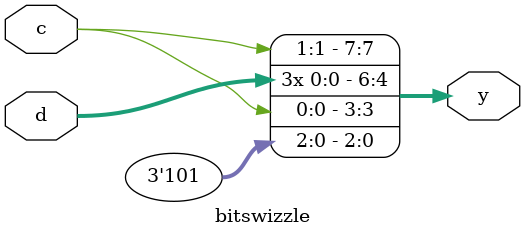
<source format=v>



module bitswizzle(
	d,
	c,
	y
);

input wire [3:0] d;
input wire [3:0] c;

output wire [7:0] y;

assign y = {c[2:1],{3{d[0]}}, c[0], 3'b101};


endmodule

</source>
